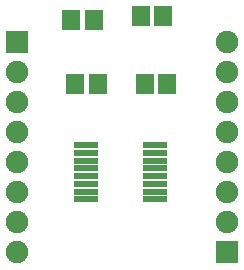
<source format=gbr>
G04 DipTrace 3.1.0.1*
G04 TopMask.gbr*
%MOIN*%
G04 #@! TF.FileFunction,Soldermask,Top*
G04 #@! TF.Part,Single*
%ADD26R,0.078866X0.023748*%
%ADD28C,0.074929*%
%ADD30R,0.074929X0.074929*%
%ADD32R,0.059181X0.067055*%
%FSLAX26Y26*%
G04*
G70*
G90*
G75*
G01*
G04 TopMask*
%LPD*%
D32*
X706430Y1318927D3*
X631627D3*
X875160Y1106406D3*
X949963D3*
X643930Y1106427D3*
X718734D3*
D30*
X450249Y1244000D3*
D28*
Y1144000D3*
Y1044000D3*
Y944000D3*
Y844000D3*
Y744000D3*
Y644000D3*
Y544000D3*
D30*
X1150249D3*
D28*
Y644000D3*
Y744000D3*
Y844000D3*
Y944000D3*
Y1044000D3*
Y1144000D3*
Y1244000D3*
D32*
X862681Y1331427D3*
X937484D3*
D26*
X681430Y900177D3*
Y874587D3*
Y848996D3*
Y823406D3*
Y797815D3*
Y772224D3*
Y746634D3*
Y721043D3*
X909785D3*
X909777Y746634D3*
Y772224D3*
Y797815D3*
Y823406D3*
Y848996D3*
Y874587D3*
Y900177D3*
M02*

</source>
